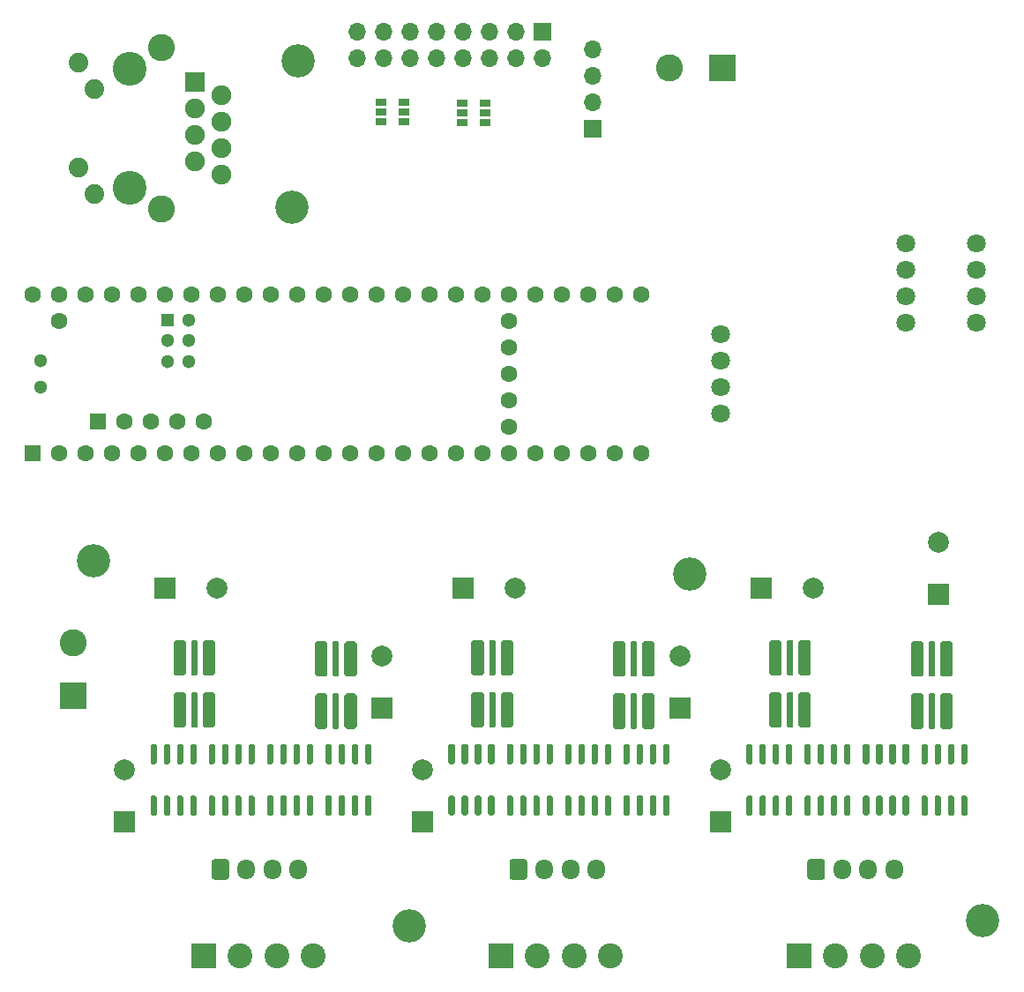
<source format=gbs>
G04 #@! TF.GenerationSoftware,KiCad,Pcbnew,5.1.9*
G04 #@! TF.CreationDate,2021-04-11T15:07:21-04:00*
G04 #@! TF.ProjectId,cnc-controller,636e632d-636f-46e7-9472-6f6c6c65722e,rev?*
G04 #@! TF.SameCoordinates,Original*
G04 #@! TF.FileFunction,Soldermask,Bot*
G04 #@! TF.FilePolarity,Negative*
%FSLAX46Y46*%
G04 Gerber Fmt 4.6, Leading zero omitted, Abs format (unit mm)*
G04 Created by KiCad (PCBNEW 5.1.9) date 2021-04-11 15:07:21*
%MOMM*%
%LPD*%
G01*
G04 APERTURE LIST*
%ADD10C,2.600000*%
%ADD11R,2.600000X2.600000*%
%ADD12C,1.300000*%
%ADD13C,1.600000*%
%ADD14R,1.300000X1.300000*%
%ADD15R,1.600000X1.600000*%
%ADD16C,1.800000*%
%ADD17R,1.060000X0.650000*%
%ADD18C,2.400000*%
%ADD19R,2.400000X2.400000*%
%ADD20O,1.700000X1.950000*%
%ADD21C,3.250000*%
%ADD22C,1.890000*%
%ADD23C,1.900000*%
%ADD24R,1.900000X1.900000*%
%ADD25O,1.700000X1.700000*%
%ADD26R,1.700000X1.700000*%
%ADD27C,3.200000*%
%ADD28C,2.000000*%
%ADD29R,2.000000X2.000000*%
G04 APERTURE END LIST*
D10*
X73220000Y-47200000D03*
D11*
X78300000Y-47200000D03*
G36*
G01*
X100203200Y-105700000D02*
X99396800Y-105700000D01*
G75*
G02*
X99200000Y-105503200I0J196800D01*
G01*
X99200000Y-102496800D01*
G75*
G02*
X99396800Y-102300000I196800J0D01*
G01*
X100203200Y-102300000D01*
G75*
G02*
X100400000Y-102496800I0J-196800D01*
G01*
X100400000Y-105503200D01*
G75*
G02*
X100203200Y-105700000I-196800J0D01*
G01*
G37*
G36*
G01*
X97403200Y-105700000D02*
X96596800Y-105700000D01*
G75*
G02*
X96400000Y-105503200I0J196800D01*
G01*
X96400000Y-102496800D01*
G75*
G02*
X96596800Y-102300000I196800J0D01*
G01*
X97403200Y-102300000D01*
G75*
G02*
X97600000Y-102496800I0J-196800D01*
G01*
X97600000Y-105503200D01*
G75*
G02*
X97403200Y-105700000I-196800J0D01*
G01*
G37*
G36*
G01*
X98601600Y-105700000D02*
X98198400Y-105700000D01*
G75*
G02*
X98100000Y-105601600I0J98400D01*
G01*
X98100000Y-102398400D01*
G75*
G02*
X98198400Y-102300000I98400J0D01*
G01*
X98601600Y-102300000D01*
G75*
G02*
X98700000Y-102398400I0J-98400D01*
G01*
X98700000Y-105601600D01*
G75*
G02*
X98601600Y-105700000I-98400J0D01*
G01*
G37*
G36*
G01*
X97403200Y-110700000D02*
X96596800Y-110700000D01*
G75*
G02*
X96400000Y-110503200I0J196800D01*
G01*
X96400000Y-107496800D01*
G75*
G02*
X96596800Y-107300000I196800J0D01*
G01*
X97403200Y-107300000D01*
G75*
G02*
X97600000Y-107496800I0J-196800D01*
G01*
X97600000Y-110503200D01*
G75*
G02*
X97403200Y-110700000I-196800J0D01*
G01*
G37*
G36*
G01*
X100203200Y-110700000D02*
X99396800Y-110700000D01*
G75*
G02*
X99200000Y-110503200I0J196800D01*
G01*
X99200000Y-107496800D01*
G75*
G02*
X99396800Y-107300000I196800J0D01*
G01*
X100203200Y-107300000D01*
G75*
G02*
X100400000Y-107496800I0J-196800D01*
G01*
X100400000Y-110503200D01*
G75*
G02*
X100203200Y-110700000I-196800J0D01*
G01*
G37*
G36*
G01*
X98601600Y-110700000D02*
X98198400Y-110700000D01*
G75*
G02*
X98100000Y-110601600I0J98400D01*
G01*
X98100000Y-107398400D01*
G75*
G02*
X98198400Y-107300000I98400J0D01*
G01*
X98601600Y-107300000D01*
G75*
G02*
X98700000Y-107398400I0J-98400D01*
G01*
X98700000Y-110601600D01*
G75*
G02*
X98601600Y-110700000I-98400J0D01*
G01*
G37*
G36*
G01*
X71603200Y-105700000D02*
X70796800Y-105700000D01*
G75*
G02*
X70600000Y-105503200I0J196800D01*
G01*
X70600000Y-102496800D01*
G75*
G02*
X70796800Y-102300000I196800J0D01*
G01*
X71603200Y-102300000D01*
G75*
G02*
X71800000Y-102496800I0J-196800D01*
G01*
X71800000Y-105503200D01*
G75*
G02*
X71603200Y-105700000I-196800J0D01*
G01*
G37*
G36*
G01*
X68803200Y-105700000D02*
X67996800Y-105700000D01*
G75*
G02*
X67800000Y-105503200I0J196800D01*
G01*
X67800000Y-102496800D01*
G75*
G02*
X67996800Y-102300000I196800J0D01*
G01*
X68803200Y-102300000D01*
G75*
G02*
X69000000Y-102496800I0J-196800D01*
G01*
X69000000Y-105503200D01*
G75*
G02*
X68803200Y-105700000I-196800J0D01*
G01*
G37*
G36*
G01*
X70001600Y-105700000D02*
X69598400Y-105700000D01*
G75*
G02*
X69500000Y-105601600I0J98400D01*
G01*
X69500000Y-102398400D01*
G75*
G02*
X69598400Y-102300000I98400J0D01*
G01*
X70001600Y-102300000D01*
G75*
G02*
X70100000Y-102398400I0J-98400D01*
G01*
X70100000Y-105601600D01*
G75*
G02*
X70001600Y-105700000I-98400J0D01*
G01*
G37*
G36*
G01*
X68803200Y-110700000D02*
X67996800Y-110700000D01*
G75*
G02*
X67800000Y-110503200I0J196800D01*
G01*
X67800000Y-107496800D01*
G75*
G02*
X67996800Y-107300000I196800J0D01*
G01*
X68803200Y-107300000D01*
G75*
G02*
X69000000Y-107496800I0J-196800D01*
G01*
X69000000Y-110503200D01*
G75*
G02*
X68803200Y-110700000I-196800J0D01*
G01*
G37*
G36*
G01*
X71603200Y-110700000D02*
X70796800Y-110700000D01*
G75*
G02*
X70600000Y-110503200I0J196800D01*
G01*
X70600000Y-107496800D01*
G75*
G02*
X70796800Y-107300000I196800J0D01*
G01*
X71603200Y-107300000D01*
G75*
G02*
X71800000Y-107496800I0J-196800D01*
G01*
X71800000Y-110503200D01*
G75*
G02*
X71603200Y-110700000I-196800J0D01*
G01*
G37*
G36*
G01*
X70001600Y-110700000D02*
X69598400Y-110700000D01*
G75*
G02*
X69500000Y-110601600I0J98400D01*
G01*
X69500000Y-107398400D01*
G75*
G02*
X69598400Y-107300000I98400J0D01*
G01*
X70001600Y-107300000D01*
G75*
G02*
X70100000Y-107398400I0J-98400D01*
G01*
X70100000Y-110601600D01*
G75*
G02*
X70001600Y-110700000I-98400J0D01*
G01*
G37*
G36*
G01*
X86603200Y-105600000D02*
X85796800Y-105600000D01*
G75*
G02*
X85600000Y-105403200I0J196800D01*
G01*
X85600000Y-102396800D01*
G75*
G02*
X85796800Y-102200000I196800J0D01*
G01*
X86603200Y-102200000D01*
G75*
G02*
X86800000Y-102396800I0J-196800D01*
G01*
X86800000Y-105403200D01*
G75*
G02*
X86603200Y-105600000I-196800J0D01*
G01*
G37*
G36*
G01*
X83803200Y-105600000D02*
X82996800Y-105600000D01*
G75*
G02*
X82800000Y-105403200I0J196800D01*
G01*
X82800000Y-102396800D01*
G75*
G02*
X82996800Y-102200000I196800J0D01*
G01*
X83803200Y-102200000D01*
G75*
G02*
X84000000Y-102396800I0J-196800D01*
G01*
X84000000Y-105403200D01*
G75*
G02*
X83803200Y-105600000I-196800J0D01*
G01*
G37*
G36*
G01*
X85001600Y-105600000D02*
X84598400Y-105600000D01*
G75*
G02*
X84500000Y-105501600I0J98400D01*
G01*
X84500000Y-102298400D01*
G75*
G02*
X84598400Y-102200000I98400J0D01*
G01*
X85001600Y-102200000D01*
G75*
G02*
X85100000Y-102298400I0J-98400D01*
G01*
X85100000Y-105501600D01*
G75*
G02*
X85001600Y-105600000I-98400J0D01*
G01*
G37*
G36*
G01*
X83803200Y-110600000D02*
X82996800Y-110600000D01*
G75*
G02*
X82800000Y-110403200I0J196800D01*
G01*
X82800000Y-107396800D01*
G75*
G02*
X82996800Y-107200000I196800J0D01*
G01*
X83803200Y-107200000D01*
G75*
G02*
X84000000Y-107396800I0J-196800D01*
G01*
X84000000Y-110403200D01*
G75*
G02*
X83803200Y-110600000I-196800J0D01*
G01*
G37*
G36*
G01*
X86603200Y-110600000D02*
X85796800Y-110600000D01*
G75*
G02*
X85600000Y-110403200I0J196800D01*
G01*
X85600000Y-107396800D01*
G75*
G02*
X85796800Y-107200000I196800J0D01*
G01*
X86603200Y-107200000D01*
G75*
G02*
X86800000Y-107396800I0J-196800D01*
G01*
X86800000Y-110403200D01*
G75*
G02*
X86603200Y-110600000I-196800J0D01*
G01*
G37*
G36*
G01*
X85001600Y-110600000D02*
X84598400Y-110600000D01*
G75*
G02*
X84500000Y-110501600I0J98400D01*
G01*
X84500000Y-107298400D01*
G75*
G02*
X84598400Y-107200000I98400J0D01*
G01*
X85001600Y-107200000D01*
G75*
G02*
X85100000Y-107298400I0J-98400D01*
G01*
X85100000Y-110501600D01*
G75*
G02*
X85001600Y-110600000I-98400J0D01*
G01*
G37*
G36*
G01*
X58003200Y-105600000D02*
X57196800Y-105600000D01*
G75*
G02*
X57000000Y-105403200I0J196800D01*
G01*
X57000000Y-102396800D01*
G75*
G02*
X57196800Y-102200000I196800J0D01*
G01*
X58003200Y-102200000D01*
G75*
G02*
X58200000Y-102396800I0J-196800D01*
G01*
X58200000Y-105403200D01*
G75*
G02*
X58003200Y-105600000I-196800J0D01*
G01*
G37*
G36*
G01*
X55203200Y-105600000D02*
X54396800Y-105600000D01*
G75*
G02*
X54200000Y-105403200I0J196800D01*
G01*
X54200000Y-102396800D01*
G75*
G02*
X54396800Y-102200000I196800J0D01*
G01*
X55203200Y-102200000D01*
G75*
G02*
X55400000Y-102396800I0J-196800D01*
G01*
X55400000Y-105403200D01*
G75*
G02*
X55203200Y-105600000I-196800J0D01*
G01*
G37*
G36*
G01*
X56401600Y-105600000D02*
X55998400Y-105600000D01*
G75*
G02*
X55900000Y-105501600I0J98400D01*
G01*
X55900000Y-102298400D01*
G75*
G02*
X55998400Y-102200000I98400J0D01*
G01*
X56401600Y-102200000D01*
G75*
G02*
X56500000Y-102298400I0J-98400D01*
G01*
X56500000Y-105501600D01*
G75*
G02*
X56401600Y-105600000I-98400J0D01*
G01*
G37*
G36*
G01*
X55203200Y-110600000D02*
X54396800Y-110600000D01*
G75*
G02*
X54200000Y-110403200I0J196800D01*
G01*
X54200000Y-107396800D01*
G75*
G02*
X54396800Y-107200000I196800J0D01*
G01*
X55203200Y-107200000D01*
G75*
G02*
X55400000Y-107396800I0J-196800D01*
G01*
X55400000Y-110403200D01*
G75*
G02*
X55203200Y-110600000I-196800J0D01*
G01*
G37*
G36*
G01*
X58003200Y-110600000D02*
X57196800Y-110600000D01*
G75*
G02*
X57000000Y-110403200I0J196800D01*
G01*
X57000000Y-107396800D01*
G75*
G02*
X57196800Y-107200000I196800J0D01*
G01*
X58003200Y-107200000D01*
G75*
G02*
X58200000Y-107396800I0J-196800D01*
G01*
X58200000Y-110403200D01*
G75*
G02*
X58003200Y-110600000I-196800J0D01*
G01*
G37*
G36*
G01*
X56401600Y-110600000D02*
X55998400Y-110600000D01*
G75*
G02*
X55900000Y-110501600I0J98400D01*
G01*
X55900000Y-107298400D01*
G75*
G02*
X55998400Y-107200000I98400J0D01*
G01*
X56401600Y-107200000D01*
G75*
G02*
X56500000Y-107298400I0J-98400D01*
G01*
X56500000Y-110501600D01*
G75*
G02*
X56401600Y-110600000I-98400J0D01*
G01*
G37*
G36*
G01*
X29403200Y-105600000D02*
X28596800Y-105600000D01*
G75*
G02*
X28400000Y-105403200I0J196800D01*
G01*
X28400000Y-102396800D01*
G75*
G02*
X28596800Y-102200000I196800J0D01*
G01*
X29403200Y-102200000D01*
G75*
G02*
X29600000Y-102396800I0J-196800D01*
G01*
X29600000Y-105403200D01*
G75*
G02*
X29403200Y-105600000I-196800J0D01*
G01*
G37*
G36*
G01*
X26603200Y-105600000D02*
X25796800Y-105600000D01*
G75*
G02*
X25600000Y-105403200I0J196800D01*
G01*
X25600000Y-102396800D01*
G75*
G02*
X25796800Y-102200000I196800J0D01*
G01*
X26603200Y-102200000D01*
G75*
G02*
X26800000Y-102396800I0J-196800D01*
G01*
X26800000Y-105403200D01*
G75*
G02*
X26603200Y-105600000I-196800J0D01*
G01*
G37*
G36*
G01*
X27801600Y-105600000D02*
X27398400Y-105600000D01*
G75*
G02*
X27300000Y-105501600I0J98400D01*
G01*
X27300000Y-102298400D01*
G75*
G02*
X27398400Y-102200000I98400J0D01*
G01*
X27801600Y-102200000D01*
G75*
G02*
X27900000Y-102298400I0J-98400D01*
G01*
X27900000Y-105501600D01*
G75*
G02*
X27801600Y-105600000I-98400J0D01*
G01*
G37*
G36*
G01*
X26603200Y-110600000D02*
X25796800Y-110600000D01*
G75*
G02*
X25600000Y-110403200I0J196800D01*
G01*
X25600000Y-107396800D01*
G75*
G02*
X25796800Y-107200000I196800J0D01*
G01*
X26603200Y-107200000D01*
G75*
G02*
X26800000Y-107396800I0J-196800D01*
G01*
X26800000Y-110403200D01*
G75*
G02*
X26603200Y-110600000I-196800J0D01*
G01*
G37*
G36*
G01*
X29403200Y-110600000D02*
X28596800Y-110600000D01*
G75*
G02*
X28400000Y-110403200I0J196800D01*
G01*
X28400000Y-107396800D01*
G75*
G02*
X28596800Y-107200000I196800J0D01*
G01*
X29403200Y-107200000D01*
G75*
G02*
X29600000Y-107396800I0J-196800D01*
G01*
X29600000Y-110403200D01*
G75*
G02*
X29403200Y-110600000I-196800J0D01*
G01*
G37*
G36*
G01*
X27801600Y-110600000D02*
X27398400Y-110600000D01*
G75*
G02*
X27300000Y-110501600I0J98400D01*
G01*
X27300000Y-107298400D01*
G75*
G02*
X27398400Y-107200000I98400J0D01*
G01*
X27801600Y-107200000D01*
G75*
G02*
X27900000Y-107298400I0J-98400D01*
G01*
X27900000Y-110501600D01*
G75*
G02*
X27801600Y-110600000I-98400J0D01*
G01*
G37*
G36*
G01*
X43003200Y-105700000D02*
X42196800Y-105700000D01*
G75*
G02*
X42000000Y-105503200I0J196800D01*
G01*
X42000000Y-102496800D01*
G75*
G02*
X42196800Y-102300000I196800J0D01*
G01*
X43003200Y-102300000D01*
G75*
G02*
X43200000Y-102496800I0J-196800D01*
G01*
X43200000Y-105503200D01*
G75*
G02*
X43003200Y-105700000I-196800J0D01*
G01*
G37*
G36*
G01*
X40203200Y-105700000D02*
X39396800Y-105700000D01*
G75*
G02*
X39200000Y-105503200I0J196800D01*
G01*
X39200000Y-102496800D01*
G75*
G02*
X39396800Y-102300000I196800J0D01*
G01*
X40203200Y-102300000D01*
G75*
G02*
X40400000Y-102496800I0J-196800D01*
G01*
X40400000Y-105503200D01*
G75*
G02*
X40203200Y-105700000I-196800J0D01*
G01*
G37*
G36*
G01*
X41401600Y-105700000D02*
X40998400Y-105700000D01*
G75*
G02*
X40900000Y-105601600I0J98400D01*
G01*
X40900000Y-102398400D01*
G75*
G02*
X40998400Y-102300000I98400J0D01*
G01*
X41401600Y-102300000D01*
G75*
G02*
X41500000Y-102398400I0J-98400D01*
G01*
X41500000Y-105601600D01*
G75*
G02*
X41401600Y-105700000I-98400J0D01*
G01*
G37*
G36*
G01*
X40203200Y-110700000D02*
X39396800Y-110700000D01*
G75*
G02*
X39200000Y-110503200I0J196800D01*
G01*
X39200000Y-107496800D01*
G75*
G02*
X39396800Y-107300000I196800J0D01*
G01*
X40203200Y-107300000D01*
G75*
G02*
X40400000Y-107496800I0J-196800D01*
G01*
X40400000Y-110503200D01*
G75*
G02*
X40203200Y-110700000I-196800J0D01*
G01*
G37*
G36*
G01*
X43003200Y-110700000D02*
X42196800Y-110700000D01*
G75*
G02*
X42000000Y-110503200I0J196800D01*
G01*
X42000000Y-107496800D01*
G75*
G02*
X42196800Y-107300000I196800J0D01*
G01*
X43003200Y-107300000D01*
G75*
G02*
X43200000Y-107496800I0J-196800D01*
G01*
X43200000Y-110503200D01*
G75*
G02*
X43003200Y-110700000I-196800J0D01*
G01*
G37*
G36*
G01*
X41401600Y-110700000D02*
X40998400Y-110700000D01*
G75*
G02*
X40900000Y-110601600I0J98400D01*
G01*
X40900000Y-107398400D01*
G75*
G02*
X40998400Y-107300000I98400J0D01*
G01*
X41401600Y-107300000D01*
G75*
G02*
X41500000Y-107398400I0J-98400D01*
G01*
X41500000Y-110601600D01*
G75*
G02*
X41401600Y-110700000I-98400J0D01*
G01*
G37*
D12*
X12820000Y-75330000D03*
X12820000Y-77870000D03*
D13*
X57810000Y-71520000D03*
X57810000Y-74060000D03*
X57810000Y-76600000D03*
X57810000Y-79140000D03*
X57810000Y-81680000D03*
D12*
X25060000Y-75418400D03*
X27060000Y-75418400D03*
X27060000Y-73418400D03*
X25060000Y-73418400D03*
X27060000Y-71418400D03*
D14*
X25060000Y-71418400D03*
D13*
X52730000Y-84220000D03*
X55270000Y-84220000D03*
X57810000Y-84220000D03*
X60350000Y-84220000D03*
X50190000Y-84220000D03*
X47650000Y-84220000D03*
X45110000Y-84220000D03*
X62890000Y-84220000D03*
X65430000Y-84220000D03*
X67970000Y-84220000D03*
X70510000Y-84220000D03*
X70510000Y-68980000D03*
X67970000Y-68980000D03*
X65430000Y-68980000D03*
X62890000Y-68980000D03*
X60350000Y-68980000D03*
X57810000Y-68980000D03*
X55270000Y-68980000D03*
X52730000Y-68980000D03*
X50190000Y-68980000D03*
X47650000Y-68980000D03*
X42570000Y-84220000D03*
X40030000Y-84220000D03*
X37490000Y-84220000D03*
X34950000Y-84220000D03*
X32410000Y-84220000D03*
X29870000Y-84220000D03*
X27330000Y-84220000D03*
X24790000Y-84220000D03*
X22250000Y-84220000D03*
X19710000Y-84220000D03*
X17170000Y-84220000D03*
X14630000Y-84220000D03*
D15*
X12090000Y-84220000D03*
D13*
X45110000Y-68980000D03*
X42570000Y-68980000D03*
X40030000Y-68980000D03*
X37490000Y-68980000D03*
X34950000Y-68980000D03*
X32410000Y-68980000D03*
X29870000Y-68980000D03*
X27330000Y-68980000D03*
X24790000Y-68980000D03*
X22250000Y-68980000D03*
X19710000Y-68980000D03*
X17170000Y-68980000D03*
X14630000Y-68980000D03*
X12090000Y-68980000D03*
D15*
X18389200Y-81169200D03*
D13*
X20929200Y-81169200D03*
X23469200Y-81169200D03*
X26009200Y-81169200D03*
X28549200Y-81169200D03*
X14630000Y-71520000D03*
D16*
X78100000Y-72790000D03*
X78100000Y-75330000D03*
X78100000Y-77870000D03*
X78100000Y-80410000D03*
X95900000Y-64090000D03*
X95900000Y-66630000D03*
X95900000Y-69170000D03*
X95900000Y-71710000D03*
X102700000Y-64090000D03*
X102700000Y-66630000D03*
X102700000Y-69170000D03*
X102700000Y-71710000D03*
D17*
X55550000Y-51575000D03*
X55550000Y-52525000D03*
X55550000Y-50625000D03*
X53350000Y-50625000D03*
X53350000Y-51575000D03*
X53350000Y-52525000D03*
X47725000Y-51450000D03*
X47725000Y-52400000D03*
X47725000Y-50500000D03*
X45525000Y-50500000D03*
X45525000Y-51450000D03*
X45525000Y-52400000D03*
G36*
G01*
X86345000Y-117100000D02*
X86645000Y-117100000D01*
G75*
G02*
X86795000Y-117250000I0J-150000D01*
G01*
X86795000Y-118900000D01*
G75*
G02*
X86645000Y-119050000I-150000J0D01*
G01*
X86345000Y-119050000D01*
G75*
G02*
X86195000Y-118900000I0J150000D01*
G01*
X86195000Y-117250000D01*
G75*
G02*
X86345000Y-117100000I150000J0D01*
G01*
G37*
G36*
G01*
X87615000Y-117100000D02*
X87915000Y-117100000D01*
G75*
G02*
X88065000Y-117250000I0J-150000D01*
G01*
X88065000Y-118900000D01*
G75*
G02*
X87915000Y-119050000I-150000J0D01*
G01*
X87615000Y-119050000D01*
G75*
G02*
X87465000Y-118900000I0J150000D01*
G01*
X87465000Y-117250000D01*
G75*
G02*
X87615000Y-117100000I150000J0D01*
G01*
G37*
G36*
G01*
X88885000Y-117100000D02*
X89185000Y-117100000D01*
G75*
G02*
X89335000Y-117250000I0J-150000D01*
G01*
X89335000Y-118900000D01*
G75*
G02*
X89185000Y-119050000I-150000J0D01*
G01*
X88885000Y-119050000D01*
G75*
G02*
X88735000Y-118900000I0J150000D01*
G01*
X88735000Y-117250000D01*
G75*
G02*
X88885000Y-117100000I150000J0D01*
G01*
G37*
G36*
G01*
X90155000Y-117100000D02*
X90455000Y-117100000D01*
G75*
G02*
X90605000Y-117250000I0J-150000D01*
G01*
X90605000Y-118900000D01*
G75*
G02*
X90455000Y-119050000I-150000J0D01*
G01*
X90155000Y-119050000D01*
G75*
G02*
X90005000Y-118900000I0J150000D01*
G01*
X90005000Y-117250000D01*
G75*
G02*
X90155000Y-117100000I150000J0D01*
G01*
G37*
G36*
G01*
X90155000Y-112150000D02*
X90455000Y-112150000D01*
G75*
G02*
X90605000Y-112300000I0J-150000D01*
G01*
X90605000Y-113950000D01*
G75*
G02*
X90455000Y-114100000I-150000J0D01*
G01*
X90155000Y-114100000D01*
G75*
G02*
X90005000Y-113950000I0J150000D01*
G01*
X90005000Y-112300000D01*
G75*
G02*
X90155000Y-112150000I150000J0D01*
G01*
G37*
G36*
G01*
X88885000Y-112150000D02*
X89185000Y-112150000D01*
G75*
G02*
X89335000Y-112300000I0J-150000D01*
G01*
X89335000Y-113950000D01*
G75*
G02*
X89185000Y-114100000I-150000J0D01*
G01*
X88885000Y-114100000D01*
G75*
G02*
X88735000Y-113950000I0J150000D01*
G01*
X88735000Y-112300000D01*
G75*
G02*
X88885000Y-112150000I150000J0D01*
G01*
G37*
G36*
G01*
X87615000Y-112150000D02*
X87915000Y-112150000D01*
G75*
G02*
X88065000Y-112300000I0J-150000D01*
G01*
X88065000Y-113950000D01*
G75*
G02*
X87915000Y-114100000I-150000J0D01*
G01*
X87615000Y-114100000D01*
G75*
G02*
X87465000Y-113950000I0J150000D01*
G01*
X87465000Y-112300000D01*
G75*
G02*
X87615000Y-112150000I150000J0D01*
G01*
G37*
G36*
G01*
X86345000Y-112150000D02*
X86645000Y-112150000D01*
G75*
G02*
X86795000Y-112300000I0J-150000D01*
G01*
X86795000Y-113950000D01*
G75*
G02*
X86645000Y-114100000I-150000J0D01*
G01*
X86345000Y-114100000D01*
G75*
G02*
X86195000Y-113950000I0J150000D01*
G01*
X86195000Y-112300000D01*
G75*
G02*
X86345000Y-112150000I150000J0D01*
G01*
G37*
G36*
G01*
X97545000Y-117100000D02*
X97845000Y-117100000D01*
G75*
G02*
X97995000Y-117250000I0J-150000D01*
G01*
X97995000Y-118900000D01*
G75*
G02*
X97845000Y-119050000I-150000J0D01*
G01*
X97545000Y-119050000D01*
G75*
G02*
X97395000Y-118900000I0J150000D01*
G01*
X97395000Y-117250000D01*
G75*
G02*
X97545000Y-117100000I150000J0D01*
G01*
G37*
G36*
G01*
X98815000Y-117100000D02*
X99115000Y-117100000D01*
G75*
G02*
X99265000Y-117250000I0J-150000D01*
G01*
X99265000Y-118900000D01*
G75*
G02*
X99115000Y-119050000I-150000J0D01*
G01*
X98815000Y-119050000D01*
G75*
G02*
X98665000Y-118900000I0J150000D01*
G01*
X98665000Y-117250000D01*
G75*
G02*
X98815000Y-117100000I150000J0D01*
G01*
G37*
G36*
G01*
X100085000Y-117100000D02*
X100385000Y-117100000D01*
G75*
G02*
X100535000Y-117250000I0J-150000D01*
G01*
X100535000Y-118900000D01*
G75*
G02*
X100385000Y-119050000I-150000J0D01*
G01*
X100085000Y-119050000D01*
G75*
G02*
X99935000Y-118900000I0J150000D01*
G01*
X99935000Y-117250000D01*
G75*
G02*
X100085000Y-117100000I150000J0D01*
G01*
G37*
G36*
G01*
X101355000Y-117100000D02*
X101655000Y-117100000D01*
G75*
G02*
X101805000Y-117250000I0J-150000D01*
G01*
X101805000Y-118900000D01*
G75*
G02*
X101655000Y-119050000I-150000J0D01*
G01*
X101355000Y-119050000D01*
G75*
G02*
X101205000Y-118900000I0J150000D01*
G01*
X101205000Y-117250000D01*
G75*
G02*
X101355000Y-117100000I150000J0D01*
G01*
G37*
G36*
G01*
X101355000Y-112150000D02*
X101655000Y-112150000D01*
G75*
G02*
X101805000Y-112300000I0J-150000D01*
G01*
X101805000Y-113950000D01*
G75*
G02*
X101655000Y-114100000I-150000J0D01*
G01*
X101355000Y-114100000D01*
G75*
G02*
X101205000Y-113950000I0J150000D01*
G01*
X101205000Y-112300000D01*
G75*
G02*
X101355000Y-112150000I150000J0D01*
G01*
G37*
G36*
G01*
X100085000Y-112150000D02*
X100385000Y-112150000D01*
G75*
G02*
X100535000Y-112300000I0J-150000D01*
G01*
X100535000Y-113950000D01*
G75*
G02*
X100385000Y-114100000I-150000J0D01*
G01*
X100085000Y-114100000D01*
G75*
G02*
X99935000Y-113950000I0J150000D01*
G01*
X99935000Y-112300000D01*
G75*
G02*
X100085000Y-112150000I150000J0D01*
G01*
G37*
G36*
G01*
X98815000Y-112150000D02*
X99115000Y-112150000D01*
G75*
G02*
X99265000Y-112300000I0J-150000D01*
G01*
X99265000Y-113950000D01*
G75*
G02*
X99115000Y-114100000I-150000J0D01*
G01*
X98815000Y-114100000D01*
G75*
G02*
X98665000Y-113950000I0J150000D01*
G01*
X98665000Y-112300000D01*
G75*
G02*
X98815000Y-112150000I150000J0D01*
G01*
G37*
G36*
G01*
X97545000Y-112150000D02*
X97845000Y-112150000D01*
G75*
G02*
X97995000Y-112300000I0J-150000D01*
G01*
X97995000Y-113950000D01*
G75*
G02*
X97845000Y-114100000I-150000J0D01*
G01*
X97545000Y-114100000D01*
G75*
G02*
X97395000Y-113950000I0J150000D01*
G01*
X97395000Y-112300000D01*
G75*
G02*
X97545000Y-112150000I150000J0D01*
G01*
G37*
G36*
G01*
X80745000Y-117100000D02*
X81045000Y-117100000D01*
G75*
G02*
X81195000Y-117250000I0J-150000D01*
G01*
X81195000Y-118900000D01*
G75*
G02*
X81045000Y-119050000I-150000J0D01*
G01*
X80745000Y-119050000D01*
G75*
G02*
X80595000Y-118900000I0J150000D01*
G01*
X80595000Y-117250000D01*
G75*
G02*
X80745000Y-117100000I150000J0D01*
G01*
G37*
G36*
G01*
X82015000Y-117100000D02*
X82315000Y-117100000D01*
G75*
G02*
X82465000Y-117250000I0J-150000D01*
G01*
X82465000Y-118900000D01*
G75*
G02*
X82315000Y-119050000I-150000J0D01*
G01*
X82015000Y-119050000D01*
G75*
G02*
X81865000Y-118900000I0J150000D01*
G01*
X81865000Y-117250000D01*
G75*
G02*
X82015000Y-117100000I150000J0D01*
G01*
G37*
G36*
G01*
X83285000Y-117100000D02*
X83585000Y-117100000D01*
G75*
G02*
X83735000Y-117250000I0J-150000D01*
G01*
X83735000Y-118900000D01*
G75*
G02*
X83585000Y-119050000I-150000J0D01*
G01*
X83285000Y-119050000D01*
G75*
G02*
X83135000Y-118900000I0J150000D01*
G01*
X83135000Y-117250000D01*
G75*
G02*
X83285000Y-117100000I150000J0D01*
G01*
G37*
G36*
G01*
X84555000Y-117100000D02*
X84855000Y-117100000D01*
G75*
G02*
X85005000Y-117250000I0J-150000D01*
G01*
X85005000Y-118900000D01*
G75*
G02*
X84855000Y-119050000I-150000J0D01*
G01*
X84555000Y-119050000D01*
G75*
G02*
X84405000Y-118900000I0J150000D01*
G01*
X84405000Y-117250000D01*
G75*
G02*
X84555000Y-117100000I150000J0D01*
G01*
G37*
G36*
G01*
X84555000Y-112150000D02*
X84855000Y-112150000D01*
G75*
G02*
X85005000Y-112300000I0J-150000D01*
G01*
X85005000Y-113950000D01*
G75*
G02*
X84855000Y-114100000I-150000J0D01*
G01*
X84555000Y-114100000D01*
G75*
G02*
X84405000Y-113950000I0J150000D01*
G01*
X84405000Y-112300000D01*
G75*
G02*
X84555000Y-112150000I150000J0D01*
G01*
G37*
G36*
G01*
X83285000Y-112150000D02*
X83585000Y-112150000D01*
G75*
G02*
X83735000Y-112300000I0J-150000D01*
G01*
X83735000Y-113950000D01*
G75*
G02*
X83585000Y-114100000I-150000J0D01*
G01*
X83285000Y-114100000D01*
G75*
G02*
X83135000Y-113950000I0J150000D01*
G01*
X83135000Y-112300000D01*
G75*
G02*
X83285000Y-112150000I150000J0D01*
G01*
G37*
G36*
G01*
X82015000Y-112150000D02*
X82315000Y-112150000D01*
G75*
G02*
X82465000Y-112300000I0J-150000D01*
G01*
X82465000Y-113950000D01*
G75*
G02*
X82315000Y-114100000I-150000J0D01*
G01*
X82015000Y-114100000D01*
G75*
G02*
X81865000Y-113950000I0J150000D01*
G01*
X81865000Y-112300000D01*
G75*
G02*
X82015000Y-112150000I150000J0D01*
G01*
G37*
G36*
G01*
X80745000Y-112150000D02*
X81045000Y-112150000D01*
G75*
G02*
X81195000Y-112300000I0J-150000D01*
G01*
X81195000Y-113950000D01*
G75*
G02*
X81045000Y-114100000I-150000J0D01*
G01*
X80745000Y-114100000D01*
G75*
G02*
X80595000Y-113950000I0J150000D01*
G01*
X80595000Y-112300000D01*
G75*
G02*
X80745000Y-112150000I150000J0D01*
G01*
G37*
G36*
G01*
X91945000Y-117100000D02*
X92245000Y-117100000D01*
G75*
G02*
X92395000Y-117250000I0J-150000D01*
G01*
X92395000Y-118900000D01*
G75*
G02*
X92245000Y-119050000I-150000J0D01*
G01*
X91945000Y-119050000D01*
G75*
G02*
X91795000Y-118900000I0J150000D01*
G01*
X91795000Y-117250000D01*
G75*
G02*
X91945000Y-117100000I150000J0D01*
G01*
G37*
G36*
G01*
X93215000Y-117100000D02*
X93515000Y-117100000D01*
G75*
G02*
X93665000Y-117250000I0J-150000D01*
G01*
X93665000Y-118900000D01*
G75*
G02*
X93515000Y-119050000I-150000J0D01*
G01*
X93215000Y-119050000D01*
G75*
G02*
X93065000Y-118900000I0J150000D01*
G01*
X93065000Y-117250000D01*
G75*
G02*
X93215000Y-117100000I150000J0D01*
G01*
G37*
G36*
G01*
X94485000Y-117100000D02*
X94785000Y-117100000D01*
G75*
G02*
X94935000Y-117250000I0J-150000D01*
G01*
X94935000Y-118900000D01*
G75*
G02*
X94785000Y-119050000I-150000J0D01*
G01*
X94485000Y-119050000D01*
G75*
G02*
X94335000Y-118900000I0J150000D01*
G01*
X94335000Y-117250000D01*
G75*
G02*
X94485000Y-117100000I150000J0D01*
G01*
G37*
G36*
G01*
X95755000Y-117100000D02*
X96055000Y-117100000D01*
G75*
G02*
X96205000Y-117250000I0J-150000D01*
G01*
X96205000Y-118900000D01*
G75*
G02*
X96055000Y-119050000I-150000J0D01*
G01*
X95755000Y-119050000D01*
G75*
G02*
X95605000Y-118900000I0J150000D01*
G01*
X95605000Y-117250000D01*
G75*
G02*
X95755000Y-117100000I150000J0D01*
G01*
G37*
G36*
G01*
X95755000Y-112150000D02*
X96055000Y-112150000D01*
G75*
G02*
X96205000Y-112300000I0J-150000D01*
G01*
X96205000Y-113950000D01*
G75*
G02*
X96055000Y-114100000I-150000J0D01*
G01*
X95755000Y-114100000D01*
G75*
G02*
X95605000Y-113950000I0J150000D01*
G01*
X95605000Y-112300000D01*
G75*
G02*
X95755000Y-112150000I150000J0D01*
G01*
G37*
G36*
G01*
X94485000Y-112150000D02*
X94785000Y-112150000D01*
G75*
G02*
X94935000Y-112300000I0J-150000D01*
G01*
X94935000Y-113950000D01*
G75*
G02*
X94785000Y-114100000I-150000J0D01*
G01*
X94485000Y-114100000D01*
G75*
G02*
X94335000Y-113950000I0J150000D01*
G01*
X94335000Y-112300000D01*
G75*
G02*
X94485000Y-112150000I150000J0D01*
G01*
G37*
G36*
G01*
X93215000Y-112150000D02*
X93515000Y-112150000D01*
G75*
G02*
X93665000Y-112300000I0J-150000D01*
G01*
X93665000Y-113950000D01*
G75*
G02*
X93515000Y-114100000I-150000J0D01*
G01*
X93215000Y-114100000D01*
G75*
G02*
X93065000Y-113950000I0J150000D01*
G01*
X93065000Y-112300000D01*
G75*
G02*
X93215000Y-112150000I150000J0D01*
G01*
G37*
G36*
G01*
X91945000Y-112150000D02*
X92245000Y-112150000D01*
G75*
G02*
X92395000Y-112300000I0J-150000D01*
G01*
X92395000Y-113950000D01*
G75*
G02*
X92245000Y-114100000I-150000J0D01*
G01*
X91945000Y-114100000D01*
G75*
G02*
X91795000Y-113950000I0J150000D01*
G01*
X91795000Y-112300000D01*
G75*
G02*
X91945000Y-112150000I150000J0D01*
G01*
G37*
G36*
G01*
X57745000Y-117100000D02*
X58045000Y-117100000D01*
G75*
G02*
X58195000Y-117250000I0J-150000D01*
G01*
X58195000Y-118900000D01*
G75*
G02*
X58045000Y-119050000I-150000J0D01*
G01*
X57745000Y-119050000D01*
G75*
G02*
X57595000Y-118900000I0J150000D01*
G01*
X57595000Y-117250000D01*
G75*
G02*
X57745000Y-117100000I150000J0D01*
G01*
G37*
G36*
G01*
X59015000Y-117100000D02*
X59315000Y-117100000D01*
G75*
G02*
X59465000Y-117250000I0J-150000D01*
G01*
X59465000Y-118900000D01*
G75*
G02*
X59315000Y-119050000I-150000J0D01*
G01*
X59015000Y-119050000D01*
G75*
G02*
X58865000Y-118900000I0J150000D01*
G01*
X58865000Y-117250000D01*
G75*
G02*
X59015000Y-117100000I150000J0D01*
G01*
G37*
G36*
G01*
X60285000Y-117100000D02*
X60585000Y-117100000D01*
G75*
G02*
X60735000Y-117250000I0J-150000D01*
G01*
X60735000Y-118900000D01*
G75*
G02*
X60585000Y-119050000I-150000J0D01*
G01*
X60285000Y-119050000D01*
G75*
G02*
X60135000Y-118900000I0J150000D01*
G01*
X60135000Y-117250000D01*
G75*
G02*
X60285000Y-117100000I150000J0D01*
G01*
G37*
G36*
G01*
X61555000Y-117100000D02*
X61855000Y-117100000D01*
G75*
G02*
X62005000Y-117250000I0J-150000D01*
G01*
X62005000Y-118900000D01*
G75*
G02*
X61855000Y-119050000I-150000J0D01*
G01*
X61555000Y-119050000D01*
G75*
G02*
X61405000Y-118900000I0J150000D01*
G01*
X61405000Y-117250000D01*
G75*
G02*
X61555000Y-117100000I150000J0D01*
G01*
G37*
G36*
G01*
X61555000Y-112150000D02*
X61855000Y-112150000D01*
G75*
G02*
X62005000Y-112300000I0J-150000D01*
G01*
X62005000Y-113950000D01*
G75*
G02*
X61855000Y-114100000I-150000J0D01*
G01*
X61555000Y-114100000D01*
G75*
G02*
X61405000Y-113950000I0J150000D01*
G01*
X61405000Y-112300000D01*
G75*
G02*
X61555000Y-112150000I150000J0D01*
G01*
G37*
G36*
G01*
X60285000Y-112150000D02*
X60585000Y-112150000D01*
G75*
G02*
X60735000Y-112300000I0J-150000D01*
G01*
X60735000Y-113950000D01*
G75*
G02*
X60585000Y-114100000I-150000J0D01*
G01*
X60285000Y-114100000D01*
G75*
G02*
X60135000Y-113950000I0J150000D01*
G01*
X60135000Y-112300000D01*
G75*
G02*
X60285000Y-112150000I150000J0D01*
G01*
G37*
G36*
G01*
X59015000Y-112150000D02*
X59315000Y-112150000D01*
G75*
G02*
X59465000Y-112300000I0J-150000D01*
G01*
X59465000Y-113950000D01*
G75*
G02*
X59315000Y-114100000I-150000J0D01*
G01*
X59015000Y-114100000D01*
G75*
G02*
X58865000Y-113950000I0J150000D01*
G01*
X58865000Y-112300000D01*
G75*
G02*
X59015000Y-112150000I150000J0D01*
G01*
G37*
G36*
G01*
X57745000Y-112150000D02*
X58045000Y-112150000D01*
G75*
G02*
X58195000Y-112300000I0J-150000D01*
G01*
X58195000Y-113950000D01*
G75*
G02*
X58045000Y-114100000I-150000J0D01*
G01*
X57745000Y-114100000D01*
G75*
G02*
X57595000Y-113950000I0J150000D01*
G01*
X57595000Y-112300000D01*
G75*
G02*
X57745000Y-112150000I150000J0D01*
G01*
G37*
G36*
G01*
X68945000Y-117100000D02*
X69245000Y-117100000D01*
G75*
G02*
X69395000Y-117250000I0J-150000D01*
G01*
X69395000Y-118900000D01*
G75*
G02*
X69245000Y-119050000I-150000J0D01*
G01*
X68945000Y-119050000D01*
G75*
G02*
X68795000Y-118900000I0J150000D01*
G01*
X68795000Y-117250000D01*
G75*
G02*
X68945000Y-117100000I150000J0D01*
G01*
G37*
G36*
G01*
X70215000Y-117100000D02*
X70515000Y-117100000D01*
G75*
G02*
X70665000Y-117250000I0J-150000D01*
G01*
X70665000Y-118900000D01*
G75*
G02*
X70515000Y-119050000I-150000J0D01*
G01*
X70215000Y-119050000D01*
G75*
G02*
X70065000Y-118900000I0J150000D01*
G01*
X70065000Y-117250000D01*
G75*
G02*
X70215000Y-117100000I150000J0D01*
G01*
G37*
G36*
G01*
X71485000Y-117100000D02*
X71785000Y-117100000D01*
G75*
G02*
X71935000Y-117250000I0J-150000D01*
G01*
X71935000Y-118900000D01*
G75*
G02*
X71785000Y-119050000I-150000J0D01*
G01*
X71485000Y-119050000D01*
G75*
G02*
X71335000Y-118900000I0J150000D01*
G01*
X71335000Y-117250000D01*
G75*
G02*
X71485000Y-117100000I150000J0D01*
G01*
G37*
G36*
G01*
X72755000Y-117100000D02*
X73055000Y-117100000D01*
G75*
G02*
X73205000Y-117250000I0J-150000D01*
G01*
X73205000Y-118900000D01*
G75*
G02*
X73055000Y-119050000I-150000J0D01*
G01*
X72755000Y-119050000D01*
G75*
G02*
X72605000Y-118900000I0J150000D01*
G01*
X72605000Y-117250000D01*
G75*
G02*
X72755000Y-117100000I150000J0D01*
G01*
G37*
G36*
G01*
X72755000Y-112150000D02*
X73055000Y-112150000D01*
G75*
G02*
X73205000Y-112300000I0J-150000D01*
G01*
X73205000Y-113950000D01*
G75*
G02*
X73055000Y-114100000I-150000J0D01*
G01*
X72755000Y-114100000D01*
G75*
G02*
X72605000Y-113950000I0J150000D01*
G01*
X72605000Y-112300000D01*
G75*
G02*
X72755000Y-112150000I150000J0D01*
G01*
G37*
G36*
G01*
X71485000Y-112150000D02*
X71785000Y-112150000D01*
G75*
G02*
X71935000Y-112300000I0J-150000D01*
G01*
X71935000Y-113950000D01*
G75*
G02*
X71785000Y-114100000I-150000J0D01*
G01*
X71485000Y-114100000D01*
G75*
G02*
X71335000Y-113950000I0J150000D01*
G01*
X71335000Y-112300000D01*
G75*
G02*
X71485000Y-112150000I150000J0D01*
G01*
G37*
G36*
G01*
X70215000Y-112150000D02*
X70515000Y-112150000D01*
G75*
G02*
X70665000Y-112300000I0J-150000D01*
G01*
X70665000Y-113950000D01*
G75*
G02*
X70515000Y-114100000I-150000J0D01*
G01*
X70215000Y-114100000D01*
G75*
G02*
X70065000Y-113950000I0J150000D01*
G01*
X70065000Y-112300000D01*
G75*
G02*
X70215000Y-112150000I150000J0D01*
G01*
G37*
G36*
G01*
X68945000Y-112150000D02*
X69245000Y-112150000D01*
G75*
G02*
X69395000Y-112300000I0J-150000D01*
G01*
X69395000Y-113950000D01*
G75*
G02*
X69245000Y-114100000I-150000J0D01*
G01*
X68945000Y-114100000D01*
G75*
G02*
X68795000Y-113950000I0J150000D01*
G01*
X68795000Y-112300000D01*
G75*
G02*
X68945000Y-112150000I150000J0D01*
G01*
G37*
G36*
G01*
X52145000Y-117100000D02*
X52445000Y-117100000D01*
G75*
G02*
X52595000Y-117250000I0J-150000D01*
G01*
X52595000Y-118900000D01*
G75*
G02*
X52445000Y-119050000I-150000J0D01*
G01*
X52145000Y-119050000D01*
G75*
G02*
X51995000Y-118900000I0J150000D01*
G01*
X51995000Y-117250000D01*
G75*
G02*
X52145000Y-117100000I150000J0D01*
G01*
G37*
G36*
G01*
X53415000Y-117100000D02*
X53715000Y-117100000D01*
G75*
G02*
X53865000Y-117250000I0J-150000D01*
G01*
X53865000Y-118900000D01*
G75*
G02*
X53715000Y-119050000I-150000J0D01*
G01*
X53415000Y-119050000D01*
G75*
G02*
X53265000Y-118900000I0J150000D01*
G01*
X53265000Y-117250000D01*
G75*
G02*
X53415000Y-117100000I150000J0D01*
G01*
G37*
G36*
G01*
X54685000Y-117100000D02*
X54985000Y-117100000D01*
G75*
G02*
X55135000Y-117250000I0J-150000D01*
G01*
X55135000Y-118900000D01*
G75*
G02*
X54985000Y-119050000I-150000J0D01*
G01*
X54685000Y-119050000D01*
G75*
G02*
X54535000Y-118900000I0J150000D01*
G01*
X54535000Y-117250000D01*
G75*
G02*
X54685000Y-117100000I150000J0D01*
G01*
G37*
G36*
G01*
X55955000Y-117100000D02*
X56255000Y-117100000D01*
G75*
G02*
X56405000Y-117250000I0J-150000D01*
G01*
X56405000Y-118900000D01*
G75*
G02*
X56255000Y-119050000I-150000J0D01*
G01*
X55955000Y-119050000D01*
G75*
G02*
X55805000Y-118900000I0J150000D01*
G01*
X55805000Y-117250000D01*
G75*
G02*
X55955000Y-117100000I150000J0D01*
G01*
G37*
G36*
G01*
X55955000Y-112150000D02*
X56255000Y-112150000D01*
G75*
G02*
X56405000Y-112300000I0J-150000D01*
G01*
X56405000Y-113950000D01*
G75*
G02*
X56255000Y-114100000I-150000J0D01*
G01*
X55955000Y-114100000D01*
G75*
G02*
X55805000Y-113950000I0J150000D01*
G01*
X55805000Y-112300000D01*
G75*
G02*
X55955000Y-112150000I150000J0D01*
G01*
G37*
G36*
G01*
X54685000Y-112150000D02*
X54985000Y-112150000D01*
G75*
G02*
X55135000Y-112300000I0J-150000D01*
G01*
X55135000Y-113950000D01*
G75*
G02*
X54985000Y-114100000I-150000J0D01*
G01*
X54685000Y-114100000D01*
G75*
G02*
X54535000Y-113950000I0J150000D01*
G01*
X54535000Y-112300000D01*
G75*
G02*
X54685000Y-112150000I150000J0D01*
G01*
G37*
G36*
G01*
X53415000Y-112150000D02*
X53715000Y-112150000D01*
G75*
G02*
X53865000Y-112300000I0J-150000D01*
G01*
X53865000Y-113950000D01*
G75*
G02*
X53715000Y-114100000I-150000J0D01*
G01*
X53415000Y-114100000D01*
G75*
G02*
X53265000Y-113950000I0J150000D01*
G01*
X53265000Y-112300000D01*
G75*
G02*
X53415000Y-112150000I150000J0D01*
G01*
G37*
G36*
G01*
X52145000Y-112150000D02*
X52445000Y-112150000D01*
G75*
G02*
X52595000Y-112300000I0J-150000D01*
G01*
X52595000Y-113950000D01*
G75*
G02*
X52445000Y-114100000I-150000J0D01*
G01*
X52145000Y-114100000D01*
G75*
G02*
X51995000Y-113950000I0J150000D01*
G01*
X51995000Y-112300000D01*
G75*
G02*
X52145000Y-112150000I150000J0D01*
G01*
G37*
G36*
G01*
X63345000Y-117100000D02*
X63645000Y-117100000D01*
G75*
G02*
X63795000Y-117250000I0J-150000D01*
G01*
X63795000Y-118900000D01*
G75*
G02*
X63645000Y-119050000I-150000J0D01*
G01*
X63345000Y-119050000D01*
G75*
G02*
X63195000Y-118900000I0J150000D01*
G01*
X63195000Y-117250000D01*
G75*
G02*
X63345000Y-117100000I150000J0D01*
G01*
G37*
G36*
G01*
X64615000Y-117100000D02*
X64915000Y-117100000D01*
G75*
G02*
X65065000Y-117250000I0J-150000D01*
G01*
X65065000Y-118900000D01*
G75*
G02*
X64915000Y-119050000I-150000J0D01*
G01*
X64615000Y-119050000D01*
G75*
G02*
X64465000Y-118900000I0J150000D01*
G01*
X64465000Y-117250000D01*
G75*
G02*
X64615000Y-117100000I150000J0D01*
G01*
G37*
G36*
G01*
X65885000Y-117100000D02*
X66185000Y-117100000D01*
G75*
G02*
X66335000Y-117250000I0J-150000D01*
G01*
X66335000Y-118900000D01*
G75*
G02*
X66185000Y-119050000I-150000J0D01*
G01*
X65885000Y-119050000D01*
G75*
G02*
X65735000Y-118900000I0J150000D01*
G01*
X65735000Y-117250000D01*
G75*
G02*
X65885000Y-117100000I150000J0D01*
G01*
G37*
G36*
G01*
X67155000Y-117100000D02*
X67455000Y-117100000D01*
G75*
G02*
X67605000Y-117250000I0J-150000D01*
G01*
X67605000Y-118900000D01*
G75*
G02*
X67455000Y-119050000I-150000J0D01*
G01*
X67155000Y-119050000D01*
G75*
G02*
X67005000Y-118900000I0J150000D01*
G01*
X67005000Y-117250000D01*
G75*
G02*
X67155000Y-117100000I150000J0D01*
G01*
G37*
G36*
G01*
X67155000Y-112150000D02*
X67455000Y-112150000D01*
G75*
G02*
X67605000Y-112300000I0J-150000D01*
G01*
X67605000Y-113950000D01*
G75*
G02*
X67455000Y-114100000I-150000J0D01*
G01*
X67155000Y-114100000D01*
G75*
G02*
X67005000Y-113950000I0J150000D01*
G01*
X67005000Y-112300000D01*
G75*
G02*
X67155000Y-112150000I150000J0D01*
G01*
G37*
G36*
G01*
X65885000Y-112150000D02*
X66185000Y-112150000D01*
G75*
G02*
X66335000Y-112300000I0J-150000D01*
G01*
X66335000Y-113950000D01*
G75*
G02*
X66185000Y-114100000I-150000J0D01*
G01*
X65885000Y-114100000D01*
G75*
G02*
X65735000Y-113950000I0J150000D01*
G01*
X65735000Y-112300000D01*
G75*
G02*
X65885000Y-112150000I150000J0D01*
G01*
G37*
G36*
G01*
X64615000Y-112150000D02*
X64915000Y-112150000D01*
G75*
G02*
X65065000Y-112300000I0J-150000D01*
G01*
X65065000Y-113950000D01*
G75*
G02*
X64915000Y-114100000I-150000J0D01*
G01*
X64615000Y-114100000D01*
G75*
G02*
X64465000Y-113950000I0J150000D01*
G01*
X64465000Y-112300000D01*
G75*
G02*
X64615000Y-112150000I150000J0D01*
G01*
G37*
G36*
G01*
X63345000Y-112150000D02*
X63645000Y-112150000D01*
G75*
G02*
X63795000Y-112300000I0J-150000D01*
G01*
X63795000Y-113950000D01*
G75*
G02*
X63645000Y-114100000I-150000J0D01*
G01*
X63345000Y-114100000D01*
G75*
G02*
X63195000Y-113950000I0J150000D01*
G01*
X63195000Y-112300000D01*
G75*
G02*
X63345000Y-112150000I150000J0D01*
G01*
G37*
G36*
G01*
X29145000Y-117100000D02*
X29445000Y-117100000D01*
G75*
G02*
X29595000Y-117250000I0J-150000D01*
G01*
X29595000Y-118900000D01*
G75*
G02*
X29445000Y-119050000I-150000J0D01*
G01*
X29145000Y-119050000D01*
G75*
G02*
X28995000Y-118900000I0J150000D01*
G01*
X28995000Y-117250000D01*
G75*
G02*
X29145000Y-117100000I150000J0D01*
G01*
G37*
G36*
G01*
X30415000Y-117100000D02*
X30715000Y-117100000D01*
G75*
G02*
X30865000Y-117250000I0J-150000D01*
G01*
X30865000Y-118900000D01*
G75*
G02*
X30715000Y-119050000I-150000J0D01*
G01*
X30415000Y-119050000D01*
G75*
G02*
X30265000Y-118900000I0J150000D01*
G01*
X30265000Y-117250000D01*
G75*
G02*
X30415000Y-117100000I150000J0D01*
G01*
G37*
G36*
G01*
X31685000Y-117100000D02*
X31985000Y-117100000D01*
G75*
G02*
X32135000Y-117250000I0J-150000D01*
G01*
X32135000Y-118900000D01*
G75*
G02*
X31985000Y-119050000I-150000J0D01*
G01*
X31685000Y-119050000D01*
G75*
G02*
X31535000Y-118900000I0J150000D01*
G01*
X31535000Y-117250000D01*
G75*
G02*
X31685000Y-117100000I150000J0D01*
G01*
G37*
G36*
G01*
X32955000Y-117100000D02*
X33255000Y-117100000D01*
G75*
G02*
X33405000Y-117250000I0J-150000D01*
G01*
X33405000Y-118900000D01*
G75*
G02*
X33255000Y-119050000I-150000J0D01*
G01*
X32955000Y-119050000D01*
G75*
G02*
X32805000Y-118900000I0J150000D01*
G01*
X32805000Y-117250000D01*
G75*
G02*
X32955000Y-117100000I150000J0D01*
G01*
G37*
G36*
G01*
X32955000Y-112150000D02*
X33255000Y-112150000D01*
G75*
G02*
X33405000Y-112300000I0J-150000D01*
G01*
X33405000Y-113950000D01*
G75*
G02*
X33255000Y-114100000I-150000J0D01*
G01*
X32955000Y-114100000D01*
G75*
G02*
X32805000Y-113950000I0J150000D01*
G01*
X32805000Y-112300000D01*
G75*
G02*
X32955000Y-112150000I150000J0D01*
G01*
G37*
G36*
G01*
X31685000Y-112150000D02*
X31985000Y-112150000D01*
G75*
G02*
X32135000Y-112300000I0J-150000D01*
G01*
X32135000Y-113950000D01*
G75*
G02*
X31985000Y-114100000I-150000J0D01*
G01*
X31685000Y-114100000D01*
G75*
G02*
X31535000Y-113950000I0J150000D01*
G01*
X31535000Y-112300000D01*
G75*
G02*
X31685000Y-112150000I150000J0D01*
G01*
G37*
G36*
G01*
X30415000Y-112150000D02*
X30715000Y-112150000D01*
G75*
G02*
X30865000Y-112300000I0J-150000D01*
G01*
X30865000Y-113950000D01*
G75*
G02*
X30715000Y-114100000I-150000J0D01*
G01*
X30415000Y-114100000D01*
G75*
G02*
X30265000Y-113950000I0J150000D01*
G01*
X30265000Y-112300000D01*
G75*
G02*
X30415000Y-112150000I150000J0D01*
G01*
G37*
G36*
G01*
X29145000Y-112150000D02*
X29445000Y-112150000D01*
G75*
G02*
X29595000Y-112300000I0J-150000D01*
G01*
X29595000Y-113950000D01*
G75*
G02*
X29445000Y-114100000I-150000J0D01*
G01*
X29145000Y-114100000D01*
G75*
G02*
X28995000Y-113950000I0J150000D01*
G01*
X28995000Y-112300000D01*
G75*
G02*
X29145000Y-112150000I150000J0D01*
G01*
G37*
G36*
G01*
X40345000Y-117100000D02*
X40645000Y-117100000D01*
G75*
G02*
X40795000Y-117250000I0J-150000D01*
G01*
X40795000Y-118900000D01*
G75*
G02*
X40645000Y-119050000I-150000J0D01*
G01*
X40345000Y-119050000D01*
G75*
G02*
X40195000Y-118900000I0J150000D01*
G01*
X40195000Y-117250000D01*
G75*
G02*
X40345000Y-117100000I150000J0D01*
G01*
G37*
G36*
G01*
X41615000Y-117100000D02*
X41915000Y-117100000D01*
G75*
G02*
X42065000Y-117250000I0J-150000D01*
G01*
X42065000Y-118900000D01*
G75*
G02*
X41915000Y-119050000I-150000J0D01*
G01*
X41615000Y-119050000D01*
G75*
G02*
X41465000Y-118900000I0J150000D01*
G01*
X41465000Y-117250000D01*
G75*
G02*
X41615000Y-117100000I150000J0D01*
G01*
G37*
G36*
G01*
X42885000Y-117100000D02*
X43185000Y-117100000D01*
G75*
G02*
X43335000Y-117250000I0J-150000D01*
G01*
X43335000Y-118900000D01*
G75*
G02*
X43185000Y-119050000I-150000J0D01*
G01*
X42885000Y-119050000D01*
G75*
G02*
X42735000Y-118900000I0J150000D01*
G01*
X42735000Y-117250000D01*
G75*
G02*
X42885000Y-117100000I150000J0D01*
G01*
G37*
G36*
G01*
X44155000Y-117100000D02*
X44455000Y-117100000D01*
G75*
G02*
X44605000Y-117250000I0J-150000D01*
G01*
X44605000Y-118900000D01*
G75*
G02*
X44455000Y-119050000I-150000J0D01*
G01*
X44155000Y-119050000D01*
G75*
G02*
X44005000Y-118900000I0J150000D01*
G01*
X44005000Y-117250000D01*
G75*
G02*
X44155000Y-117100000I150000J0D01*
G01*
G37*
G36*
G01*
X44155000Y-112150000D02*
X44455000Y-112150000D01*
G75*
G02*
X44605000Y-112300000I0J-150000D01*
G01*
X44605000Y-113950000D01*
G75*
G02*
X44455000Y-114100000I-150000J0D01*
G01*
X44155000Y-114100000D01*
G75*
G02*
X44005000Y-113950000I0J150000D01*
G01*
X44005000Y-112300000D01*
G75*
G02*
X44155000Y-112150000I150000J0D01*
G01*
G37*
G36*
G01*
X42885000Y-112150000D02*
X43185000Y-112150000D01*
G75*
G02*
X43335000Y-112300000I0J-150000D01*
G01*
X43335000Y-113950000D01*
G75*
G02*
X43185000Y-114100000I-150000J0D01*
G01*
X42885000Y-114100000D01*
G75*
G02*
X42735000Y-113950000I0J150000D01*
G01*
X42735000Y-112300000D01*
G75*
G02*
X42885000Y-112150000I150000J0D01*
G01*
G37*
G36*
G01*
X41615000Y-112150000D02*
X41915000Y-112150000D01*
G75*
G02*
X42065000Y-112300000I0J-150000D01*
G01*
X42065000Y-113950000D01*
G75*
G02*
X41915000Y-114100000I-150000J0D01*
G01*
X41615000Y-114100000D01*
G75*
G02*
X41465000Y-113950000I0J150000D01*
G01*
X41465000Y-112300000D01*
G75*
G02*
X41615000Y-112150000I150000J0D01*
G01*
G37*
G36*
G01*
X40345000Y-112150000D02*
X40645000Y-112150000D01*
G75*
G02*
X40795000Y-112300000I0J-150000D01*
G01*
X40795000Y-113950000D01*
G75*
G02*
X40645000Y-114100000I-150000J0D01*
G01*
X40345000Y-114100000D01*
G75*
G02*
X40195000Y-113950000I0J150000D01*
G01*
X40195000Y-112300000D01*
G75*
G02*
X40345000Y-112150000I150000J0D01*
G01*
G37*
G36*
G01*
X23545000Y-117100000D02*
X23845000Y-117100000D01*
G75*
G02*
X23995000Y-117250000I0J-150000D01*
G01*
X23995000Y-118900000D01*
G75*
G02*
X23845000Y-119050000I-150000J0D01*
G01*
X23545000Y-119050000D01*
G75*
G02*
X23395000Y-118900000I0J150000D01*
G01*
X23395000Y-117250000D01*
G75*
G02*
X23545000Y-117100000I150000J0D01*
G01*
G37*
G36*
G01*
X24815000Y-117100000D02*
X25115000Y-117100000D01*
G75*
G02*
X25265000Y-117250000I0J-150000D01*
G01*
X25265000Y-118900000D01*
G75*
G02*
X25115000Y-119050000I-150000J0D01*
G01*
X24815000Y-119050000D01*
G75*
G02*
X24665000Y-118900000I0J150000D01*
G01*
X24665000Y-117250000D01*
G75*
G02*
X24815000Y-117100000I150000J0D01*
G01*
G37*
G36*
G01*
X26085000Y-117100000D02*
X26385000Y-117100000D01*
G75*
G02*
X26535000Y-117250000I0J-150000D01*
G01*
X26535000Y-118900000D01*
G75*
G02*
X26385000Y-119050000I-150000J0D01*
G01*
X26085000Y-119050000D01*
G75*
G02*
X25935000Y-118900000I0J150000D01*
G01*
X25935000Y-117250000D01*
G75*
G02*
X26085000Y-117100000I150000J0D01*
G01*
G37*
G36*
G01*
X27355000Y-117100000D02*
X27655000Y-117100000D01*
G75*
G02*
X27805000Y-117250000I0J-150000D01*
G01*
X27805000Y-118900000D01*
G75*
G02*
X27655000Y-119050000I-150000J0D01*
G01*
X27355000Y-119050000D01*
G75*
G02*
X27205000Y-118900000I0J150000D01*
G01*
X27205000Y-117250000D01*
G75*
G02*
X27355000Y-117100000I150000J0D01*
G01*
G37*
G36*
G01*
X27355000Y-112150000D02*
X27655000Y-112150000D01*
G75*
G02*
X27805000Y-112300000I0J-150000D01*
G01*
X27805000Y-113950000D01*
G75*
G02*
X27655000Y-114100000I-150000J0D01*
G01*
X27355000Y-114100000D01*
G75*
G02*
X27205000Y-113950000I0J150000D01*
G01*
X27205000Y-112300000D01*
G75*
G02*
X27355000Y-112150000I150000J0D01*
G01*
G37*
G36*
G01*
X26085000Y-112150000D02*
X26385000Y-112150000D01*
G75*
G02*
X26535000Y-112300000I0J-150000D01*
G01*
X26535000Y-113950000D01*
G75*
G02*
X26385000Y-114100000I-150000J0D01*
G01*
X26085000Y-114100000D01*
G75*
G02*
X25935000Y-113950000I0J150000D01*
G01*
X25935000Y-112300000D01*
G75*
G02*
X26085000Y-112150000I150000J0D01*
G01*
G37*
G36*
G01*
X24815000Y-112150000D02*
X25115000Y-112150000D01*
G75*
G02*
X25265000Y-112300000I0J-150000D01*
G01*
X25265000Y-113950000D01*
G75*
G02*
X25115000Y-114100000I-150000J0D01*
G01*
X24815000Y-114100000D01*
G75*
G02*
X24665000Y-113950000I0J150000D01*
G01*
X24665000Y-112300000D01*
G75*
G02*
X24815000Y-112150000I150000J0D01*
G01*
G37*
G36*
G01*
X23545000Y-112150000D02*
X23845000Y-112150000D01*
G75*
G02*
X23995000Y-112300000I0J-150000D01*
G01*
X23995000Y-113950000D01*
G75*
G02*
X23845000Y-114100000I-150000J0D01*
G01*
X23545000Y-114100000D01*
G75*
G02*
X23395000Y-113950000I0J150000D01*
G01*
X23395000Y-112300000D01*
G75*
G02*
X23545000Y-112150000I150000J0D01*
G01*
G37*
G36*
G01*
X34745000Y-117100000D02*
X35045000Y-117100000D01*
G75*
G02*
X35195000Y-117250000I0J-150000D01*
G01*
X35195000Y-118900000D01*
G75*
G02*
X35045000Y-119050000I-150000J0D01*
G01*
X34745000Y-119050000D01*
G75*
G02*
X34595000Y-118900000I0J150000D01*
G01*
X34595000Y-117250000D01*
G75*
G02*
X34745000Y-117100000I150000J0D01*
G01*
G37*
G36*
G01*
X36015000Y-117100000D02*
X36315000Y-117100000D01*
G75*
G02*
X36465000Y-117250000I0J-150000D01*
G01*
X36465000Y-118900000D01*
G75*
G02*
X36315000Y-119050000I-150000J0D01*
G01*
X36015000Y-119050000D01*
G75*
G02*
X35865000Y-118900000I0J150000D01*
G01*
X35865000Y-117250000D01*
G75*
G02*
X36015000Y-117100000I150000J0D01*
G01*
G37*
G36*
G01*
X37285000Y-117100000D02*
X37585000Y-117100000D01*
G75*
G02*
X37735000Y-117250000I0J-150000D01*
G01*
X37735000Y-118900000D01*
G75*
G02*
X37585000Y-119050000I-150000J0D01*
G01*
X37285000Y-119050000D01*
G75*
G02*
X37135000Y-118900000I0J150000D01*
G01*
X37135000Y-117250000D01*
G75*
G02*
X37285000Y-117100000I150000J0D01*
G01*
G37*
G36*
G01*
X38555000Y-117100000D02*
X38855000Y-117100000D01*
G75*
G02*
X39005000Y-117250000I0J-150000D01*
G01*
X39005000Y-118900000D01*
G75*
G02*
X38855000Y-119050000I-150000J0D01*
G01*
X38555000Y-119050000D01*
G75*
G02*
X38405000Y-118900000I0J150000D01*
G01*
X38405000Y-117250000D01*
G75*
G02*
X38555000Y-117100000I150000J0D01*
G01*
G37*
G36*
G01*
X38555000Y-112150000D02*
X38855000Y-112150000D01*
G75*
G02*
X39005000Y-112300000I0J-150000D01*
G01*
X39005000Y-113950000D01*
G75*
G02*
X38855000Y-114100000I-150000J0D01*
G01*
X38555000Y-114100000D01*
G75*
G02*
X38405000Y-113950000I0J150000D01*
G01*
X38405000Y-112300000D01*
G75*
G02*
X38555000Y-112150000I150000J0D01*
G01*
G37*
G36*
G01*
X37285000Y-112150000D02*
X37585000Y-112150000D01*
G75*
G02*
X37735000Y-112300000I0J-150000D01*
G01*
X37735000Y-113950000D01*
G75*
G02*
X37585000Y-114100000I-150000J0D01*
G01*
X37285000Y-114100000D01*
G75*
G02*
X37135000Y-113950000I0J150000D01*
G01*
X37135000Y-112300000D01*
G75*
G02*
X37285000Y-112150000I150000J0D01*
G01*
G37*
G36*
G01*
X36015000Y-112150000D02*
X36315000Y-112150000D01*
G75*
G02*
X36465000Y-112300000I0J-150000D01*
G01*
X36465000Y-113950000D01*
G75*
G02*
X36315000Y-114100000I-150000J0D01*
G01*
X36015000Y-114100000D01*
G75*
G02*
X35865000Y-113950000I0J150000D01*
G01*
X35865000Y-112300000D01*
G75*
G02*
X36015000Y-112150000I150000J0D01*
G01*
G37*
G36*
G01*
X34745000Y-112150000D02*
X35045000Y-112150000D01*
G75*
G02*
X35195000Y-112300000I0J-150000D01*
G01*
X35195000Y-113950000D01*
G75*
G02*
X35045000Y-114100000I-150000J0D01*
G01*
X34745000Y-114100000D01*
G75*
G02*
X34595000Y-113950000I0J150000D01*
G01*
X34595000Y-112300000D01*
G75*
G02*
X34745000Y-112150000I150000J0D01*
G01*
G37*
D18*
X96150000Y-132500000D03*
X92650000Y-132500000D03*
X89150000Y-132500000D03*
D19*
X85650000Y-132500000D03*
D20*
X94800000Y-124200000D03*
X92300000Y-124200000D03*
X89800000Y-124200000D03*
G36*
G01*
X86450000Y-124925000D02*
X86450000Y-123475000D01*
G75*
G02*
X86700000Y-123225000I250000J0D01*
G01*
X87900000Y-123225000D01*
G75*
G02*
X88150000Y-123475000I0J-250000D01*
G01*
X88150000Y-124925000D01*
G75*
G02*
X87900000Y-125175000I-250000J0D01*
G01*
X86700000Y-125175000D01*
G75*
G02*
X86450000Y-124925000I0J250000D01*
G01*
G37*
D18*
X67550000Y-132500000D03*
X64050000Y-132500000D03*
X60550000Y-132500000D03*
D19*
X57050000Y-132500000D03*
D20*
X66200000Y-124200000D03*
X63700000Y-124200000D03*
X61200000Y-124200000D03*
G36*
G01*
X57850000Y-124925000D02*
X57850000Y-123475000D01*
G75*
G02*
X58100000Y-123225000I250000J0D01*
G01*
X59300000Y-123225000D01*
G75*
G02*
X59550000Y-123475000I0J-250000D01*
G01*
X59550000Y-124925000D01*
G75*
G02*
X59300000Y-125175000I-250000J0D01*
G01*
X58100000Y-125175000D01*
G75*
G02*
X57850000Y-124925000I0J250000D01*
G01*
G37*
D18*
X39000000Y-132500000D03*
X35500000Y-132500000D03*
X32000000Y-132500000D03*
D19*
X28500000Y-132500000D03*
D20*
X37600000Y-124200000D03*
X35100000Y-124200000D03*
X32600000Y-124200000D03*
G36*
G01*
X29250000Y-124925000D02*
X29250000Y-123475000D01*
G75*
G02*
X29500000Y-123225000I250000J0D01*
G01*
X30700000Y-123225000D01*
G75*
G02*
X30950000Y-123475000I0J-250000D01*
G01*
X30950000Y-124925000D01*
G75*
G02*
X30700000Y-125175000I-250000J0D01*
G01*
X29500000Y-125175000D01*
G75*
G02*
X29250000Y-124925000I0J250000D01*
G01*
G37*
D21*
X21360000Y-58760000D03*
X21360000Y-47330000D03*
D10*
X24410000Y-60820000D03*
X24410000Y-45270000D03*
D22*
X16460000Y-46720000D03*
X17980000Y-49260000D03*
X16460000Y-56830000D03*
X17980000Y-59370000D03*
D23*
X30240000Y-57490000D03*
X27700000Y-56220000D03*
X30240000Y-54950000D03*
X27700000Y-53680000D03*
X30240000Y-52410000D03*
X27700000Y-51140000D03*
X30240000Y-49870000D03*
D24*
X27700000Y-48600000D03*
D25*
X65850000Y-45480000D03*
X65850000Y-48020000D03*
X65850000Y-50560000D03*
D26*
X65850000Y-53100000D03*
D10*
X16000000Y-102420000D03*
D11*
X16000000Y-107500000D03*
D25*
X43220000Y-46340000D03*
X43220000Y-43800000D03*
X45760000Y-46340000D03*
X45760000Y-43800000D03*
X48300000Y-46340000D03*
X48300000Y-43800000D03*
X50840000Y-46340000D03*
X50840000Y-43800000D03*
X53380000Y-46340000D03*
X53380000Y-43800000D03*
X55920000Y-46340000D03*
X55920000Y-43800000D03*
X58460000Y-46340000D03*
X58460000Y-43800000D03*
X61000000Y-46340000D03*
D26*
X61000000Y-43800000D03*
D27*
X37000000Y-60600000D03*
X17900000Y-94600000D03*
X37600000Y-46600000D03*
X75200000Y-95800000D03*
X103300000Y-129100000D03*
X48200000Y-129600000D03*
D28*
X99000000Y-92800000D03*
D29*
X99000000Y-97800000D03*
D28*
X87000000Y-97200000D03*
D29*
X82000000Y-97200000D03*
D28*
X78100000Y-114600000D03*
D29*
X78100000Y-119600000D03*
D28*
X74200000Y-103700000D03*
D29*
X74200000Y-108700000D03*
D28*
X58400000Y-97200000D03*
D29*
X53400000Y-97200000D03*
D28*
X49500000Y-114600000D03*
D29*
X49500000Y-119600000D03*
D28*
X45600000Y-103700000D03*
D29*
X45600000Y-108700000D03*
D28*
X29800000Y-97200000D03*
D29*
X24800000Y-97200000D03*
D28*
X20900000Y-114600000D03*
D29*
X20900000Y-119600000D03*
M02*

</source>
